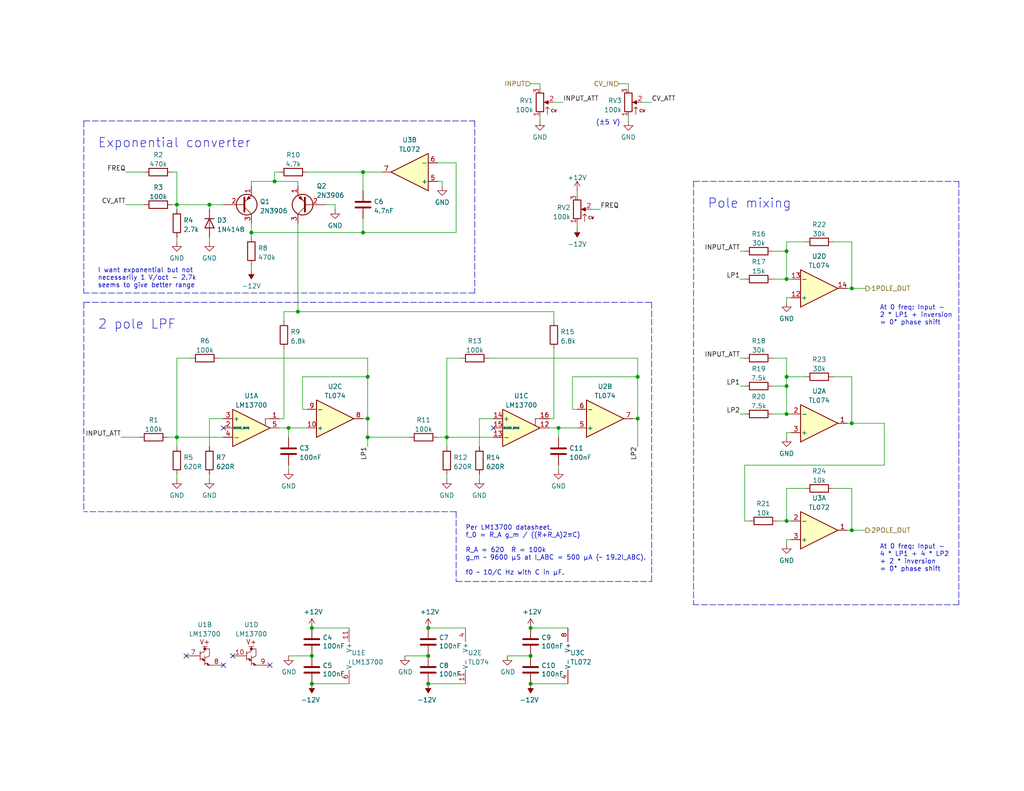
<source format=kicad_sch>
(kicad_sch (version 20211123) (generator eeschema)
  (paper "USLetter")
  (title_block (title "VC All Pass Filter") (date "2022-03-30") (company "Rich Holmes / Analog Output") (comment 1 "or neighboring rights to this work. Published from United States.") (comment 2 "To the extent possible under law, Richard Holmes has waived all copyright and related "))
  (lib_symbols
    (symbol "ao_symbols:1N4148" (pin_numbers hide) (pin_names (offset 1.016) hide)
      (property "Reference" "D" (at 0 2.54 0))
      (property "Value" "1N4148" (at 0 -2.54 0))
      (symbol "1N4148_0_1"
        (polyline (pts (xy -1.27 1.27) (xy -1.27 -1.27)) (stroke (width 0.254)))
        (polyline (pts (xy 1.27 0) (xy -1.27 0)))
        (polyline (pts (xy 1.27 1.27) (xy 1.27 -1.27) (xy -1.27 0) (xy 1.27 1.27)) (stroke (width 0.254)))
      )
      (symbol "1N4148_1_1"
        (pin passive line (at -3.81 0 0) (length 2.54) (name "K") (number "1"))
        (pin passive line (at 3.81 0 180) (length 2.54) (name "A") (number "2"))
      )
    )
    (symbol "ao_symbols:2N3906" (pin_names (offset 0) hide)
      (property "Reference" "Q" (at 5.08 1.905 0))
      (property "Value" "2N3906" (at 5.08 0 0))
      (symbol "2N3906_0_1"
        (polyline (pts (xy 0.635 0.635) (xy 2.54 2.54)))
        (polyline (pts (xy 0.635 -0.635) (xy 2.54 -2.54) (xy 2.54 -2.54)))
        (polyline (pts (xy 0.635 1.905) (xy 0.635 -1.905) (xy 0.635 -1.905)) (stroke (width 0.508)))
        (polyline (pts (xy 2.286 -1.778) (xy 1.778 -2.286) (xy 1.27 -1.27) (xy 2.286 -1.778) (xy 2.286 -1.778)) (fill (type outline)))
        (circle (center 1.27 0) (radius 2.8194) (stroke (width 0.254)))
      )
      (symbol "2N3906_1_1"
        (pin passive line (at 2.54 -5.08 90) (length 2.54) (name "E") (number "1"))
        (pin input line (at -5.08 0 0) (length 5.715) (name "B") (number "2"))
        (pin passive line (at 2.54 5.08 270) (length 2.54) (name "C") (number "3"))
      )
    )
    (symbol "ao_symbols:C" (pin_numbers hide) (pin_names (offset 0.254))
      (property "Reference" "C" (at 0.635 2.54 0))
      (property "Value" "C" (at 0.635 -2.54 0))
      (symbol "C_0_1"
        (polyline (pts (xy -2.032 -0.762) (xy 2.032 -0.762)) (stroke (width 0.508)))
        (polyline (pts (xy -2.032 0.762) (xy 2.032 0.762)) (stroke (width 0.508)))
      )
      (symbol "C_1_1"
        (pin passive line (at 0 3.81 270) (length 2.794) (name "~") (number "1"))
        (pin passive line (at 0 -3.81 90) (length 2.794) (name "~") (number "2"))
      )
    )
    (symbol "ao_symbols:LM13700" (pin_names (offset 0.127))
      (property "Reference" "U" (at 3.81 5.08 0))
      (property "Value" "LM13700" (at 5.08 -5.08 0))
      (symbol "LM13700_1_1"
        (polyline (pts (xy 3.81 -0.635) (xy 3.81 -2.54) (xy 5.08 -2.54)))
        (polyline (pts (xy 5.08 0) (xy -5.08 -5.08) (xy -5.08 5.08) (xy 5.08 0)) (stroke (width 0.254)) (fill (type background)))
        (pin input line (at 7.62 -2.54 180) (length 2.54) (name "~") (number "1"))
        (pin input line (at -7.62 0 0) (length 2.54) (name "DIODE_BIAS") (number "2"))
        (pin input line (at -7.62 -2.54 0) (length 2.54) (name "+") (number "3"))
        (pin input line (at -7.62 2.54 0) (length 2.54) (name "-") (number "4"))
        (pin output line (at 7.62 0 180) (length 2.54) (name "~") (number "5"))
      )
      (symbol "LM13700_2_0"
        (polyline (pts (xy -1.905 2.54) (xy -3.175 2.54)))
      )
      (symbol "LM13700_2_1"
        (circle (center -2.54 1.905) (radius 0.254) (stroke (width 0.254)) (fill (type outline)))
        (polyline (pts (xy -3.81 -0.635) (xy -2.54 -1.27)))
        (polyline (pts (xy -3.81 1.27) (xy -3.81 -1.27)))
        (polyline (pts (xy -2.54 -1.905) (xy -1.27 -2.54)))
        (polyline (pts (xy -2.54 0) (xy -2.54 -2.54)))
        (polyline (pts (xy -3.81 0.635) (xy -2.54 1.27) (xy -2.54 1.905) (xy -2.54 2.54)))
        (polyline (pts (xy -2.54 -1.27) (xy -3.175 -0.635) (xy -3.175 -1.27) (xy -2.54 -1.27)) (fill (type outline)))
        (polyline (pts (xy -2.54 -0.635) (xy -1.27 0) (xy -1.27 1.905) (xy -2.54 1.905)))
        (polyline (pts (xy -1.27 -2.54) (xy -1.905 -1.905) (xy -1.905 -2.54) (xy -1.27 -2.54)) (fill (type outline)))
        (text "V+" (at -2.54 3.81 0) (effects (font (size 1.27 1.27))))
        (pin input line (at -7.62 0 0) (length 3.81) (name "~") (number "7"))
        (pin output line (at 2.54 -2.54 180) (length 3.81) (name "~") (number "8"))
      )
      (symbol "LM13700_3_1"
        (polyline (pts (xy 3.81 -0.635) (xy 3.81 -2.54) (xy 5.08 -2.54)))
        (polyline (pts (xy 5.08 0) (xy -5.08 -5.08) (xy -5.08 5.08) (xy 5.08 0)) (stroke (width 0.254)) (fill (type background)))
        (pin output line (at 7.62 0 180) (length 2.54) (name "~") (number "12"))
        (pin input line (at -7.62 2.54 0) (length 2.54) (name "-") (number "13"))
        (pin input line (at -7.62 -2.54 0) (length 2.54) (name "+") (number "14"))
        (pin input line (at -7.62 0 0) (length 2.54) (name "DIODE_BIAS") (number "15"))
        (pin input line (at 7.62 -2.54 180) (length 2.54) (name "~") (number "16"))
      )
      (symbol "LM13700_4_0"
        (polyline (pts (xy -3.175 2.54) (xy -1.905 2.54)))
        (text "V+" (at -2.54 3.81 0) (effects (font (size 1.27 1.27))))
      )
      (symbol "LM13700_4_1"
        (circle (center -2.54 1.905) (radius 0.254) (stroke (width 0.254)) (fill (type outline)))
        (polyline (pts (xy -3.81 -0.635) (xy -2.54 -1.27)))
        (polyline (pts (xy -3.81 1.27) (xy -3.81 -1.27)))
        (polyline (pts (xy -2.54 -1.905) (xy -1.27 -2.54)))
        (polyline (pts (xy -2.54 0) (xy -2.54 -2.54)))
        (polyline (pts (xy -3.81 0.635) (xy -2.54 1.27) (xy -2.54 2.54)))
        (polyline (pts (xy -2.54 -1.27) (xy -3.175 -0.635) (xy -3.175 -1.27) (xy -2.54 -1.27)) (fill (type outline)))
        (polyline (pts (xy -2.54 -0.635) (xy -1.27 0) (xy -1.27 1.905) (xy -2.54 1.905)))
        (polyline (pts (xy -1.27 -2.54) (xy -1.905 -1.905) (xy -1.905 -2.54) (xy -1.27 -2.54)) (fill (type outline)))
        (pin input line (at -7.62 0 0) (length 3.81) (name "~") (number "10"))
        (pin output line (at 2.54 -2.54 180) (length 3.81) (name "~") (number "9"))
      )
      (symbol "LM13700_5_1"
        (pin power_in line (at -2.54 7.62 270) (length 3.81) (name "V+") (number "11"))
        (pin power_in line (at -2.54 -7.62 90) (length 3.81) (name "V-") (number "6"))
      )
    )
    (symbol "ao_symbols:R" (pin_numbers hide) (pin_names (offset 0))
      (property "Reference" "R" (at 2.032 0 90))
      (property "Value" "R" (at 0 0 90))
      (symbol "R_0_1"
        (rectangle (start -1.016 -2.54) (end 1.016 2.54) (stroke (width 0.254)))
      )
      (symbol "R_1_1"
        (pin passive line (at 0 3.81 270) (length 1.27) (name "~") (number "1"))
        (pin passive line (at 0 -3.81 90) (length 1.27) (name "~") (number "2"))
      )
    )
    (symbol "ao_symbols:R_POT" (pin_names (offset 1.016) hide)
      (property "Reference" "RV" (at -4.445 0 90))
      (property "Value" "R_POT" (at -2.54 0 90))
      (symbol "R_POT_0_0"
        (text "CW" (at 3.81 -2.286 0) (effects (font (size 0.762 0.762))))
      )
      (symbol "R_POT_0_1"
        (rectangle (start -1.016 2.54) (end 1.016 -2.54) (stroke (width 0.254)))
        (polyline (pts (xy 2.032 -3.302) (xy 2.032 -1.27)) (stroke (width 0.1524)))
        (polyline (pts (xy 2.54 0) (xy 1.524 0)))
        (polyline (pts (xy 2.54 -1.778) (xy 2.032 -1.27) (xy 1.524 -1.778)) (stroke (width 0.1524)))
        (polyline (pts (xy 1.143 0) (xy 2.286 -0.508) (xy 2.286 0.508) (xy 1.143 0)) (fill (type outline)))
      )
      (symbol "R_POT_1_1"
        (pin passive line (at 0 -3.81 90) (length 1.27) (name "1") (number "1"))
        (pin passive line (at 3.81 0 180) (length 1.27) (name "2") (number "2"))
        (pin passive line (at 0 3.81 270) (length 1.27) (name "3") (number "3"))
      )
    )
    (symbol "ao_symbols:TL072" (pin_names (offset 0.127))
      (property "Reference" "U" (at 0 5.08 0))
      (property "Value" "TL072" (at 0 -5.08 0))
      (symbol "TL072_1_1"
        (polyline (pts (xy -5.08 5.08) (xy 5.08 0) (xy -5.08 -5.08) (xy -5.08 5.08)) (stroke (width 0.254)) (fill (type background)))
        (pin output line (at 7.62 0 180) (length 2.54) (name "~") (number "1"))
        (pin input line (at -7.62 -2.54 0) (length 2.54) (name "-") (number "2"))
        (pin input line (at -7.62 2.54 0) (length 2.54) (name "+") (number "3"))
      )
      (symbol "TL072_2_1"
        (polyline (pts (xy -5.08 5.08) (xy 5.08 0) (xy -5.08 -5.08) (xy -5.08 5.08)) (stroke (width 0.254)) (fill (type background)))
        (pin input line (at -7.62 2.54 0) (length 2.54) (name "+") (number "5"))
        (pin input line (at -7.62 -2.54 0) (length 2.54) (name "-") (number "6"))
        (pin output line (at 7.62 0 180) (length 2.54) (name "~") (number "7"))
      )
      (symbol "TL072_3_1"
        (pin power_in line (at -2.54 -7.62 90) (length 3.81) (name "V-") (number "4"))
        (pin power_in line (at -2.54 7.62 270) (length 3.81) (name "V+") (number "8"))
      )
    )
    (symbol "ao_symbols:TL074" (pin_names (offset 0.127))
      (property "Reference" "U" (at 0 5.08 0))
      (property "Value" "TL074" (at 0 -5.08 0))
      (symbol "TL074_1_1"
        (polyline (pts (xy -5.08 5.08) (xy 5.08 0) (xy -5.08 -5.08) (xy -5.08 5.08)) (stroke (width 0.254)) (fill (type background)))
        (pin output line (at 7.62 0 180) (length 2.54) (name "~") (number "1"))
        (pin input line (at -7.62 -2.54 0) (length 2.54) (name "-") (number "2"))
        (pin input line (at -7.62 2.54 0) (length 2.54) (name "+") (number "3"))
      )
      (symbol "TL074_2_1"
        (polyline (pts (xy -5.08 5.08) (xy 5.08 0) (xy -5.08 -5.08) (xy -5.08 5.08)) (stroke (width 0.254)) (fill (type background)))
        (pin input line (at -7.62 2.54 0) (length 2.54) (name "+") (number "5"))
        (pin input line (at -7.62 -2.54 0) (length 2.54) (name "-") (number "6"))
        (pin output line (at 7.62 0 180) (length 2.54) (name "~") (number "7"))
      )
      (symbol "TL074_3_1"
        (polyline (pts (xy -5.08 5.08) (xy 5.08 0) (xy -5.08 -5.08) (xy -5.08 5.08)) (stroke (width 0.254)) (fill (type background)))
        (pin input line (at -7.62 2.54 0) (length 2.54) (name "+") (number "10"))
        (pin output line (at 7.62 0 180) (length 2.54) (name "~") (number "8"))
        (pin input line (at -7.62 -2.54 0) (length 2.54) (name "-") (number "9"))
      )
      (symbol "TL074_4_1"
        (polyline (pts (xy -5.08 5.08) (xy 5.08 0) (xy -5.08 -5.08) (xy -5.08 5.08)) (stroke (width 0.254)) (fill (type background)))
        (pin input line (at -7.62 2.54 0) (length 2.54) (name "+") (number "12"))
        (pin input line (at -7.62 -2.54 0) (length 2.54) (name "-") (number "13"))
        (pin output line (at 7.62 0 180) (length 2.54) (name "~") (number "14"))
      )
      (symbol "TL074_5_1"
        (pin power_in line (at -2.54 -7.62 90) (length 3.81) (name "V-") (number "11"))
        (pin power_in line (at -2.54 7.62 270) (length 3.81) (name "V+") (number "4"))
      )
    )
    (symbol "power:+12V" (power) (pin_names (offset 0))
      (property "Value" "+12V" (at 0 3.556 0))
      (symbol "+12V_0_1"
        (polyline (pts (xy -0.762 1.27) (xy 0 2.54)))
        (polyline (pts (xy 0 0) (xy 0 2.54)))
        (polyline (pts (xy 0 2.54) (xy 0.762 1.27)))
      )
      (symbol "+12V_1_1"
        (pin power_in line (at 0 0 90) (length 0) hide (name "+12V") (number "1"))
      )
    )
    (symbol "power:-12V" (power) (pin_names (offset 0))
      (property "Value" "-12V" (at 0 3.81 0))
      (symbol "-12V_0_0"
        (pin power_in line (at 0 0 90) (length 0) hide (name "-12V") (number "1"))
      )
      (symbol "-12V_0_1"
        (polyline (pts (xy 0 0) (xy 0 1.27) (xy 0.762 1.27) (xy 0 2.54) (xy -0.762 1.27) (xy 0 1.27)) (fill (type outline)))
      )
    )
    (symbol "power:GND" (power) (pin_names (offset 0))
      (property "Value" "GND" (at 0 -3.81 0))
      (symbol "GND_0_1"
        (polyline (pts (xy 0 0) (xy 0 -1.27) (xy 1.27 -1.27) (xy 0 -2.54) (xy -1.27 -1.27) (xy 0 -1.27)))
      )
      (symbol "GND_1_1"
        (pin power_in line (at 0 0 270) (length 0) hide (name "GND") (number "1"))
      )
    )
  )
  (junction (at 81.28 85.09))
  (junction (at 48.26 55.88))
  (junction (at 232.41 78.74))
  (junction (at 214.63 113.03))
  (junction (at 74.93 49.53))
  (junction (at 152.4 116.84))
  (junction (at 68.58 63.5))
  (junction (at 214.63 142.24))
  (junction (at 100.33 114.3))
  (junction (at 48.26 119.38))
  (junction (at 85.09 171.45))
  (junction (at 116.84 179.07))
  (junction (at 99.06 46.99))
  (junction (at 144.78 186.69))
  (junction (at 100.33 119.38))
  (junction (at 144.78 179.07))
  (junction (at 232.41 115.57))
  (junction (at 116.84 171.45))
  (junction (at 99.06 63.5))
  (junction (at 85.09 179.07))
  (junction (at 100.33 102.87))
  (junction (at 121.92 119.38))
  (junction (at 85.09 186.69))
  (junction (at 57.15 55.88))
  (junction (at 173.99 114.3))
  (junction (at 214.63 68.58))
  (junction (at 116.84 186.69))
  (junction (at 78.74 116.84))
  (junction (at 232.41 144.78))
  (junction (at 214.63 102.87))
  (junction (at 214.63 105.41))
  (junction (at 144.78 171.45))
  (junction (at 214.63 76.2))
  (junction (at 173.99 102.87))
  (no_connect (at 73.66 181.61))
  (no_connect (at 134.62 116.84))
  (no_connect (at 60.96 181.61))
  (no_connect (at 60.96 116.84))
  (no_connect (at 50.8 179.07))
  (no_connect (at 63.5 179.07))
  (wire (pts (xy 57.15 114.3) (xy 60.96 114.3)))
  (wire (pts (xy 100.33 114.3) (xy 99.06 114.3)))
  (wire (pts (xy 78.74 127) (xy 78.74 128.27)))
  (wire (pts (xy 214.63 118.11) (xy 215.9 118.11)))
  (wire (pts (xy 203.2 127) (xy 203.2 142.24)))
  (wire (pts (xy 48.26 57.15) (xy 48.26 55.88)))
  (polyline (pts (xy 189.23 49.53) (xy 261.62 49.53)))
  (wire (pts (xy 48.26 55.88) (xy 57.15 55.88)))
  (wire (pts (xy 77.47 85.09) (xy 81.28 85.09)))
  (wire (pts (xy 130.81 121.92) (xy 130.81 114.3)))
  (wire (pts (xy 124.46 63.5) (xy 99.06 63.5)))
  (wire (pts (xy 130.81 130.81) (xy 130.81 129.54)))
  (wire (pts (xy 74.93 49.53) (xy 74.93 46.99)))
  (wire (pts (xy 124.46 44.45) (xy 124.46 63.5)))
  (wire (pts (xy 57.15 121.92) (xy 57.15 114.3)))
  (wire (pts (xy 48.26 119.38) (xy 60.96 119.38)))
  (wire (pts (xy 173.99 114.3) (xy 172.72 114.3)))
  (wire (pts (xy 151.13 85.09) (xy 81.28 85.09)))
  (wire (pts (xy 241.3 115.57) (xy 241.3 127)))
  (wire (pts (xy 82.55 111.76) (xy 82.55 102.87)))
  (wire (pts (xy 157.48 60.96) (xy 157.48 62.23)))
  (wire (pts (xy 231.14 115.57) (xy 232.41 115.57)))
  (wire (pts (xy 100.33 119.38) (xy 100.33 114.3)))
  (wire (pts (xy 231.14 78.74) (xy 232.41 78.74)))
  (polyline (pts (xy 177.8 82.55) (xy 177.8 139.7)))
  (wire (pts (xy 48.26 130.81) (xy 48.26 129.54)))
  (wire (pts (xy 173.99 121.92) (xy 173.99 114.3)))
  (wire (pts (xy 214.63 97.79) (xy 214.63 102.87)))
  (wire (pts (xy 34.29 46.99) (xy 39.37 46.99)))
  (wire (pts (xy 152.4 116.84) (xy 152.4 119.38)))
  (wire (pts (xy 214.63 142.24) (xy 214.63 133.35)))
  (wire (pts (xy 173.99 97.79) (xy 173.99 102.87)))
  (wire (pts (xy 201.93 76.2) (xy 203.2 76.2)))
  (polyline (pts (xy 124.46 139.7) (xy 22.86 139.7)))
  (wire (pts (xy 201.93 113.03) (xy 203.2 113.03)))
  (wire (pts (xy 210.82 76.2) (xy 214.63 76.2)))
  (wire (pts (xy 232.41 133.35) (xy 232.41 144.78)))
  (wire (pts (xy 59.69 97.79) (xy 100.33 97.79)))
  (wire (pts (xy 241.3 127) (xy 203.2 127)))
  (polyline (pts (xy 129.54 80.01) (xy 22.86 80.01)))
  (wire (pts (xy 82.55 102.87) (xy 100.33 102.87)))
  (wire (pts (xy 68.58 49.53) (xy 68.58 50.8)))
  (wire (pts (xy 154.94 186.69) (xy 144.78 186.69)))
  (wire (pts (xy 77.47 114.3) (xy 76.2 114.3)))
  (wire (pts (xy 83.82 46.99) (xy 99.06 46.99)))
  (wire (pts (xy 95.25 186.69) (xy 85.09 186.69)))
  (wire (pts (xy 104.14 46.99) (xy 99.06 46.99)))
  (wire (pts (xy 152.4 127) (xy 152.4 128.27)))
  (wire (pts (xy 46.99 46.99) (xy 48.26 46.99)))
  (wire (pts (xy 214.63 68.58) (xy 214.63 76.2)))
  (wire (pts (xy 151.13 95.25) (xy 151.13 114.3)))
  (wire (pts (xy 95.25 171.45) (xy 85.09 171.45)))
  (wire (pts (xy 232.41 102.87) (xy 227.33 102.87)))
  (wire (pts (xy 151.13 114.3) (xy 149.86 114.3)))
  (wire (pts (xy 45.72 119.38) (xy 48.26 119.38)))
  (wire (pts (xy 214.63 148.59) (xy 214.63 147.32)))
  (polyline (pts (xy 261.62 165.1) (xy 189.23 165.1)))
  (wire (pts (xy 48.26 121.92) (xy 48.26 119.38)))
  (wire (pts (xy 91.44 55.88) (xy 91.44 57.15)))
  (wire (pts (xy 147.32 22.86) (xy 147.32 24.13)))
  (wire (pts (xy 214.63 81.28) (xy 215.9 81.28)))
  (wire (pts (xy 110.49 179.07) (xy 116.84 179.07)))
  (wire (pts (xy 214.63 102.87) (xy 214.63 105.41)))
  (wire (pts (xy 88.9 55.88) (xy 91.44 55.88)))
  (wire (pts (xy 100.33 119.38) (xy 111.76 119.38)))
  (wire (pts (xy 210.82 105.41) (xy 214.63 105.41)))
  (wire (pts (xy 120.65 49.53) (xy 120.65 50.8)))
  (polyline (pts (xy 124.46 139.7) (xy 124.46 158.75)))
  (wire (pts (xy 121.92 119.38) (xy 121.92 97.79)))
  (wire (pts (xy 76.2 116.84) (xy 78.74 116.84)))
  (wire (pts (xy 149.86 116.84) (xy 152.4 116.84)))
  (polyline (pts (xy 189.23 49.53) (xy 189.23 165.1)))
  (polyline (pts (xy 124.46 158.75) (xy 177.8 158.75)))
  (wire (pts (xy 214.63 133.35) (xy 219.71 133.35)))
  (wire (pts (xy 175.26 27.94) (xy 177.8 27.94)))
  (wire (pts (xy 214.63 119.38) (xy 214.63 118.11)))
  (wire (pts (xy 219.71 66.04) (xy 214.63 66.04)))
  (wire (pts (xy 151.13 27.94) (xy 153.67 27.94)))
  (wire (pts (xy 74.93 49.53) (xy 81.28 49.53)))
  (wire (pts (xy 46.99 55.88) (xy 48.26 55.88)))
  (wire (pts (xy 119.38 49.53) (xy 120.65 49.53)))
  (wire (pts (xy 138.43 179.07) (xy 144.78 179.07)))
  (wire (pts (xy 214.63 82.55) (xy 214.63 81.28)))
  (polyline (pts (xy 129.54 33.02) (xy 129.54 80.01)))
  (wire (pts (xy 227.33 133.35) (xy 232.41 133.35)))
  (wire (pts (xy 78.74 116.84) (xy 78.74 119.38)))
  (wire (pts (xy 99.06 46.99) (xy 99.06 52.07)))
  (wire (pts (xy 144.78 22.86) (xy 147.32 22.86)))
  (wire (pts (xy 68.58 64.77) (xy 68.58 63.5)))
  (wire (pts (xy 214.63 105.41) (xy 214.63 113.03)))
  (wire (pts (xy 33.02 119.38) (xy 38.1 119.38)))
  (wire (pts (xy 119.38 119.38) (xy 121.92 119.38)))
  (wire (pts (xy 99.06 63.5) (xy 99.06 59.69)))
  (wire (pts (xy 34.29 55.88) (xy 39.37 55.88)))
  (wire (pts (xy 133.35 97.79) (xy 173.99 97.79)))
  (wire (pts (xy 168.91 22.86) (xy 171.45 22.86)))
  (wire (pts (xy 201.93 68.58) (xy 203.2 68.58)))
  (wire (pts (xy 68.58 73.66) (xy 68.58 72.39)))
  (wire (pts (xy 100.33 97.79) (xy 100.33 102.87)))
  (polyline (pts (xy 22.86 82.55) (xy 22.86 139.7)))
  (wire (pts (xy 201.93 97.79) (xy 203.2 97.79)))
  (wire (pts (xy 214.63 76.2) (xy 215.9 76.2)))
  (wire (pts (xy 68.58 63.5) (xy 99.06 63.5)))
  (wire (pts (xy 151.13 87.63) (xy 151.13 85.09)))
  (wire (pts (xy 173.99 102.87) (xy 173.99 114.3)))
  (wire (pts (xy 214.63 66.04) (xy 214.63 68.58)))
  (wire (pts (xy 48.26 97.79) (xy 52.07 97.79)))
  (polyline (pts (xy 22.86 33.02) (xy 129.54 33.02)))
  (wire (pts (xy 201.93 105.41) (xy 203.2 105.41)))
  (wire (pts (xy 232.41 102.87) (xy 232.41 115.57)))
  (wire (pts (xy 57.15 57.15) (xy 57.15 55.88)))
  (wire (pts (xy 48.26 46.99) (xy 48.26 55.88)))
  (wire (pts (xy 78.74 179.07) (xy 85.09 179.07)))
  (wire (pts (xy 57.15 66.04) (xy 57.15 64.77)))
  (wire (pts (xy 219.71 102.87) (xy 214.63 102.87)))
  (wire (pts (xy 48.26 119.38) (xy 48.26 97.79)))
  (wire (pts (xy 81.28 60.96) (xy 81.28 85.09)))
  (wire (pts (xy 78.74 116.84) (xy 83.82 116.84)))
  (wire (pts (xy 232.41 115.57) (xy 241.3 115.57)))
  (polyline (pts (xy 177.8 158.75) (xy 177.8 139.7)))
  (wire (pts (xy 203.2 142.24) (xy 204.47 142.24)))
  (wire (pts (xy 83.82 111.76) (xy 82.55 111.76)))
  (wire (pts (xy 121.92 130.81) (xy 121.92 129.54)))
  (wire (pts (xy 48.26 66.04) (xy 48.26 64.77)))
  (wire (pts (xy 100.33 121.92) (xy 100.33 119.38)))
  (wire (pts (xy 130.81 114.3) (xy 134.62 114.3)))
  (wire (pts (xy 232.41 66.04) (xy 227.33 66.04)))
  (wire (pts (xy 210.82 97.79) (xy 214.63 97.79)))
  (wire (pts (xy 81.28 49.53) (xy 81.28 50.8)))
  (wire (pts (xy 154.94 171.45) (xy 144.78 171.45)))
  (wire (pts (xy 100.33 102.87) (xy 100.33 114.3)))
  (wire (pts (xy 232.41 66.04) (xy 232.41 78.74)))
  (wire (pts (xy 215.9 142.24) (xy 214.63 142.24)))
  (wire (pts (xy 214.63 147.32) (xy 215.9 147.32)))
  (wire (pts (xy 68.58 63.5) (xy 68.58 60.96)))
  (polyline (pts (xy 261.62 49.53) (xy 261.62 165.1)))
  (wire (pts (xy 121.92 119.38) (xy 134.62 119.38)))
  (wire (pts (xy 171.45 31.75) (xy 171.45 33.02)))
  (wire (pts (xy 171.45 22.86) (xy 171.45 24.13)))
  (wire (pts (xy 161.29 57.15) (xy 163.83 57.15)))
  (wire (pts (xy 74.93 46.99) (xy 76.2 46.99)))
  (wire (pts (xy 68.58 49.53) (xy 74.93 49.53)))
  (wire (pts (xy 127 171.45) (xy 116.84 171.45)))
  (wire (pts (xy 232.41 144.78) (xy 236.22 144.78)))
  (wire (pts (xy 57.15 130.81) (xy 57.15 129.54)))
  (wire (pts (xy 121.92 97.79) (xy 125.73 97.79)))
  (wire (pts (xy 210.82 68.58) (xy 214.63 68.58)))
  (polyline (pts (xy 22.86 33.02) (xy 22.86 80.01)))
  (wire (pts (xy 147.32 31.75) (xy 147.32 33.02)))
  (wire (pts (xy 156.21 111.76) (xy 156.21 102.87)))
  (wire (pts (xy 152.4 116.84) (xy 157.48 116.84)))
  (wire (pts (xy 121.92 121.92) (xy 121.92 119.38)))
  (wire (pts (xy 214.63 113.03) (xy 215.9 113.03)))
  (wire (pts (xy 232.41 144.78) (xy 231.14 144.78)))
  (wire (pts (xy 157.48 111.76) (xy 156.21 111.76)))
  (wire (pts (xy 156.21 102.87) (xy 173.99 102.87)))
  (wire (pts (xy 77.47 87.63) (xy 77.47 85.09)))
  (wire (pts (xy 210.82 113.03) (xy 214.63 113.03)))
  (wire (pts (xy 212.09 142.24) (xy 214.63 142.24)))
  (wire (pts (xy 232.41 78.74) (xy 236.22 78.74)))
  (wire (pts (xy 57.15 55.88) (xy 60.96 55.88)))
  (wire (pts (xy 77.47 95.25) (xy 77.47 114.3)))
  (wire (pts (xy 119.38 44.45) (xy 124.46 44.45)))
  (wire (pts (xy 157.48 52.07) (xy 157.48 53.34)))
  (wire (pts (xy 127 186.69) (xy 116.84 186.69)))
  (polyline (pts (xy 22.86 82.55) (xy 177.8 82.55)))
  (text "(±5 V)" (at 162.56 34.29 0) (effects (font (size 1.27 1.27)) (justify left bottom)))
  (text "Per LM13700 datasheet,\nf_0 = R_A g_m / ((R+R_A)2πC)\n\nR_A = 620  R = 100k \ng_m ~ 9600 µS at I_ABC = 500 µA (~ 19.2I_ABC).\n\nf0 ~ 10/C Hz with C in µF. \n\n " (at 127 161.29 0) (effects (font (size 1.27 1.27)) (justify left bottom)))
  (text "2 pole LPF" (at 26.67 90.17 0) (effects (font (size 2.54 2.54)) (justify left bottom)))
  (text "At 0 freq: Input - \n4 * LP1 + 4 * LP2 \n+ 2 * inversion\n= 0° phase shift" (at 240.03 156.21 0) (effects (font (size 1.27 1.27)) (justify left bottom)))
  (text "At 0 freq: Input - \n2 * LP1 + inversion\n= 0° phase shift" (at 240.03 88.9 0) (effects (font (size 1.27 1.27)) (justify left bottom)))
  (text "I want exponential but not\nnecessarily 1 V/oct - 2.7k\nseems to give better range" (at 26.67 78.74 0) (effects (font (size 1.27 1.27)) (justify left bottom)))
  (text "Exponential converter" (at 26.67 40.64 0) (effects (font (size 2.54 2.54)) (justify left bottom)))
  (text "Pole mixing" (at 193.04 57.15 0) (effects (font (size 2.54 2.54)) (justify left bottom)))
  (label "LP1" (at 201.93 76.2 180))
  (label "INPUT_ATT" (at 153.67 27.94 0))
  (label "LP1" (at 100.33 121.92 270))
  (label "INPUT_ATT" (at 201.93 68.58 180))
  (label "LP2" (at 173.99 121.92 270))
  (label "LP2" (at 201.93 113.03 180))
  (label "LP1" (at 201.93 105.41 180))
  (label "CV_ATT" (at 34.29 55.88 180))
  (label "INPUT_ATT" (at 201.93 97.79 180))
  (label "CV_ATT" (at 177.8 27.94 0))
  (label "INPUT_ATT" (at 33.02 119.38 180))
  (label "FREQ" (at 34.29 46.99 180))
  (label "FREQ" (at 163.83 57.15 0))
  (hierarchical_label "1POLE_OUT" (shape output) (at 236.22 78.74 0))
  (hierarchical_label "INPUT" (shape input) (at 144.78 22.86 180))
  (hierarchical_label "CV_IN" (shape input) (at 168.91 22.86 180))
  (hierarchical_label "2POLE_OUT" (shape output) (at 236.22 144.78 0))
  (symbol (lib_id "power:GND") (at 91.44 57.15 0) (unit 1)
    (property "Reference" "#PWR026" (effects hide))
    (property "Value" "GND" (at 91.44 61.5934 0))
  )
  (symbol (lib_id "power:+12V") (at 116.84 171.45 0) (unit 1)
    (property "Reference" "#PWR028" (effects hide))
    (property "Value" "+12V" (at 117.221 167.0558 0))
  )
  (symbol (lib_id "ao_symbols:R") (at 57.15 125.73 0) (unit 1)
    (property "Reference" "R7" (at 58.928 124.8953 0) (effects (justify left)))
    (property "Value" "620R" (at 58.928 127.4322 0) (effects (justify left)))
    (property "Footprint" "ao_tht:R_Axial_DIN0207_L6.3mm_D2.5mm_P10.16mm_Horizontal" (effects hide))
    (property "Vendor" "Tayda" (effects hide))
  )
  (symbol (lib_id "ao_symbols:C") (at 85.09 175.26 0) (unit 1)
    (property "Reference" "C4" (at 88.011 174.0916 0) (effects (justify left)))
    (property "Value" "100nF" (at 88.011 176.403 0) (effects (justify left)))
    (property "Footprint" "ao_tht:C_Disc_D3.0mm_W1.6mm_P2.50mm" (effects hide))
    (property "Vendor" "Tayda" (effects hide))
    (property "SKU" "A-553" (effects hide))
  )
  (symbol (lib_id "power:GND") (at 110.49 179.07 0) (unit 1)
    (property "Reference" "#PWR027" (effects hide))
    (property "Value" "GND" (at 110.617 183.4642 0))
  )
  (symbol (lib_id "ao_symbols:LM13700") (at 142.24 116.84 0) (mirror x) (unit 3)
    (property "Reference" "U1" (at 142.24 108.0602 0))
    (property "Value" "LM13700" (at 142.24 110.5971 0))
    (property "Footprint" "ao_tht:DIP-16_W7.62mm_Socket_LongPads" (effects hide))
    (property "Vendor" "Tayda" (effects hide))
    (property "SKU" "A-900" (effects hide))
  )
  (symbol (lib_id "ao_symbols:C") (at 144.78 182.88 0) (unit 1)
    (property "Reference" "C10" (at 147.701 181.7116 0) (effects (justify left)))
    (property "Value" "100nF" (at 147.701 184.023 0) (effects (justify left)))
    (property "Footprint" "ao_tht:C_Disc_D3.0mm_W1.6mm_P2.50mm" (effects hide))
    (property "Vendor" "Tayda" (effects hide))
    (property "SKU" "A-553" (effects hide))
  )
  (symbol (lib_id "ao_symbols:R") (at 48.26 60.96 0) (unit 1)
    (property "Reference" "R4" (at 50.038 60.1253 0) (effects (justify left)))
    (property "Value" "2.7k" (at 50.038 62.6622 0) (effects (justify left)))
    (property "Footprint" "ao_tht:R_Axial_DIN0207_L6.3mm_D2.5mm_P10.16mm_Horizontal" (effects hide))
    (property "Vendor" "Tayda" (effects hide))
  )
  (symbol (lib_id "ao_symbols:R") (at 207.01 105.41 90) (unit 1)
    (property "Reference" "R19" (at 207.01 100.6942 90))
    (property "Value" "7.5k" (at 207.01 103.2311 90))
    (property "Footprint" "ao_tht:R_Axial_DIN0207_L6.3mm_D2.5mm_P10.16mm_Horizontal" (effects hide))
    (property "Vendor" "Tayda" (effects hide))
  )
  (symbol (lib_id "ao_symbols:R") (at 130.81 125.73 0) (unit 1)
    (property "Reference" "R14" (at 132.588 124.8953 0) (effects (justify left)))
    (property "Value" "620R" (at 132.588 127.4322 0) (effects (justify left)))
    (property "Footprint" "ao_tht:R_Axial_DIN0207_L6.3mm_D2.5mm_P10.16mm_Horizontal" (effects hide))
    (property "Vendor" "Tayda" (effects hide))
  )
  (symbol (lib_id "ao_symbols:TL074") (at 165.1 114.3 0) (mirror x) (unit 2)
    (property "Reference" "U2" (at 165.1 105.5202 0))
    (property "Value" "TL074" (at 165.1 108.0571 0))
    (property "Footprint" "ao_tht:DIP-14_W7.62mm_Socket_LongPads" (effects hide))
    (property "Vendor" "Tayda" (effects hide))
    (property "SKU" "A-1138" (effects hide))
  )
  (symbol (lib_id "ao_symbols:C") (at 116.84 175.26 0) (unit 1)
    (property "Reference" "C7" (at 119.761 174.0916 0) (effects (justify left)))
    (property "Value" "100nF" (at 119.761 176.403 0) (effects (justify left)))
    (property "Footprint" "ao_tht:C_Disc_D3.0mm_W1.6mm_P2.50mm" (effects hide))
    (property "Vendor" "Tayda" (effects hide))
    (property "SKU" "A-553" (effects hide))
  )
  (symbol (lib_id "ao_symbols:R") (at 68.58 68.58 0) (unit 1)
    (property "Reference" "R8" (at 70.358 67.7453 0) (effects (justify left)))
    (property "Value" "470k" (at 70.358 70.2822 0) (effects (justify left)))
    (property "Footprint" "ao_tht:R_Axial_DIN0207_L6.3mm_D2.5mm_P10.16mm_Horizontal" (effects hide))
    (property "Vendor" "Tayda" (effects hide))
  )
  (symbol (lib_id "ao_symbols:R") (at 207.01 68.58 90) (unit 1)
    (property "Reference" "R16" (at 207.01 63.8642 90))
    (property "Value" "30k" (at 207.01 66.4011 90))
    (property "Footprint" "ao_tht:R_Axial_DIN0207_L6.3mm_D2.5mm_P10.16mm_Horizontal" (effects hide))
    (property "Vendor" "Tayda" (effects hide))
  )
  (symbol (lib_id "ao_symbols:R") (at 80.01 46.99 90) (unit 1)
    (property "Reference" "R10" (at 80.01 42.2742 90))
    (property "Value" "4.7k" (at 80.01 44.8111 90))
    (property "Footprint" "ao_tht:R_Axial_DIN0207_L6.3mm_D2.5mm_P10.16mm_Horizontal" (effects hide))
    (property "Vendor" "Tayda" (effects hide))
  )
  (symbol (lib_id "ao_symbols:TL074") (at 129.54 179.07 0) (unit 5)
    (property "Reference" "U2" (at 127.635 178.2353 0) (effects (justify left)))
    (property "Value" "TL074" (at 127.635 180.7722 0) (effects (justify left)))
    (property "Footprint" "ao_tht:DIP-14_W7.62mm_Socket_LongPads" (effects hide))
    (property "Vendor" "Tayda" (effects hide))
    (property "SKU" "A-1138" (effects hide))
  )
  (symbol (lib_id "ao_symbols:LM13700") (at 71.12 179.07 0) (unit 4)
    (property "Reference" "U1" (at 68.58 170.5457 0))
    (property "Value" "LM13700" (at 68.58 173.0826 0))
    (property "Footprint" "ao_tht:DIP-16_W7.62mm_Socket_LongPads" (effects hide))
    (property "Vendor" "Tayda" (effects hide))
    (property "SKU" "A-900" (effects hide))
  )
  (symbol (lib_id "power:GND") (at 48.26 130.81 0) (unit 1)
    (property "Reference" "#PWR018" (effects hide))
    (property "Value" "GND" (at 48.26 135.2534 0))
  )
  (symbol (lib_id "ao_symbols:R") (at 208.28 142.24 90) (unit 1)
    (property "Reference" "R21" (at 208.28 137.5242 90))
    (property "Value" "10k" (at 208.28 140.0611 90))
    (property "Footprint" "ao_tht:R_Axial_DIN0207_L6.3mm_D2.5mm_P10.16mm_Horizontal" (effects hide))
    (property "Vendor" "Tayda" (effects hide))
  )
  (symbol (lib_id "power:GND") (at 147.32 33.02 0) (unit 1)
    (property "Reference" "#PWR036" (effects hide))
    (property "Value" "GND" (at 147.32 37.4634 0))
  )
  (symbol (lib_id "ao_symbols:R") (at 77.47 91.44 0) (unit 1)
    (property "Reference" "R9" (at 79.248 90.6053 0) (effects (justify left)))
    (property "Value" "6.8k" (at 79.248 93.1422 0) (effects (justify left)))
    (property "Footprint" "ao_tht:R_Axial_DIN0207_L6.3mm_D2.5mm_P10.16mm_Horizontal" (effects hide))
    (property "Vendor" "Tayda" (effects hide))
  )
  (symbol (lib_id "power:+12V") (at 157.48 52.07 0) (unit 1)
    (property "Reference" "#PWR038" (effects hide))
    (property "Value" "+12V" (at 157.48 48.4942 0))
  )
  (symbol (lib_id "ao_symbols:LM13700") (at 97.79 179.07 0) (unit 5)
    (property "Reference" "U1" (at 95.885 178.2353 0) (effects (justify left)))
    (property "Value" "LM13700" (at 95.885 180.7722 0) (effects (justify left)))
    (property "Footprint" "ao_tht:DIP-16_W7.62mm_Socket_LongPads" (effects hide))
    (property "Vendor" "Tayda" (effects hide))
    (property "SKU" "A-900" (effects hide))
  )
  (symbol (lib_id "ao_symbols:R") (at 121.92 125.73 0) (unit 1)
    (property "Reference" "R12" (at 123.698 124.8953 0) (effects (justify left)))
    (property "Value" "620R" (at 123.698 127.4322 0) (effects (justify left)))
    (property "Footprint" "ao_tht:R_Axial_DIN0207_L6.3mm_D2.5mm_P10.16mm_Horizontal" (effects hide))
    (property "Vendor" "Tayda" (effects hide))
  )
  (symbol (lib_id "ao_symbols:R") (at 41.91 119.38 90) (unit 1)
    (property "Reference" "R1" (at 41.91 114.6642 90))
    (property "Value" "100k" (at 41.91 117.2011 90))
    (property "Footprint" "ao_tht:R_Axial_DIN0207_L6.3mm_D2.5mm_P10.16mm_Horizontal" (effects hide))
    (property "Vendor" "Tayda" (effects hide))
  )
  (symbol (lib_id "power:+12V") (at 144.78 171.45 0) (unit 1)
    (property "Reference" "#PWR034" (effects hide))
    (property "Value" "+12V" (at 145.161 167.0558 0))
  )
  (symbol (lib_id "ao_symbols:TL072") (at 223.52 144.78 0) (mirror x) (unit 1)
    (property "Reference" "U3" (at 223.52 136.0002 0))
    (property "Value" "TL072" (at 223.52 138.5371 0))
    (property "Footprint" "ao_tht:DIP-8_W7.62mm_Socket_LongPads" (effects hide))
    (property "Vendor" "Tayda" (effects hide))
    (property "SKU" "A-037" (effects hide))
  )
  (symbol (lib_id "power:GND") (at 152.4 128.27 0) (unit 1)
    (property "Reference" "#PWR037" (effects hide))
    (property "Value" "GND" (at 152.4 132.7134 0))
  )
  (symbol (lib_id "power:GND") (at 214.63 82.55 0) (unit 1)
    (property "Reference" "#PWR041" (effects hide))
    (property "Value" "GND" (at 214.63 86.9934 0))
  )
  (symbol (lib_id "ao_symbols:TL072") (at 111.76 46.99 180) (unit 2)
    (property "Reference" "U3" (at 111.76 38.2102 0))
    (property "Value" "TL072" (at 111.76 40.7471 0))
    (property "Footprint" "ao_tht:DIP-8_W7.62mm_Socket_LongPads" (effects hide))
    (property "Vendor" "Tayda" (effects hide))
    (property "SKU" "A-037" (effects hide))
  )
  (symbol (lib_id "power:GND") (at 120.65 50.8 0) (unit 1)
    (property "Reference" "#PWR030" (effects hide))
    (property "Value" "GND" (at 120.65 55.2434 0))
  )
  (symbol (lib_id "ao_symbols:R") (at 115.57 119.38 90) (unit 1)
    (property "Reference" "R11" (at 115.57 114.6642 90))
    (property "Value" "100k" (at 115.57 117.2011 90))
    (property "Footprint" "ao_tht:R_Axial_DIN0207_L6.3mm_D2.5mm_P10.16mm_Horizontal" (effects hide))
    (property "Vendor" "Tayda" (effects hide))
  )
  (symbol (lib_id "power:GND") (at 57.15 66.04 0) (unit 1)
    (property "Reference" "#PWR019" (effects hide))
    (property "Value" "GND" (at 57.15 70.4834 0))
  )
  (symbol (lib_id "power:GND") (at 138.43 179.07 0) (unit 1)
    (property "Reference" "#PWR033" (effects hide))
    (property "Value" "GND" (at 138.557 183.4642 0))
  )
  (symbol (lib_id "power:+12V") (at 85.09 171.45 0) (unit 1)
    (property "Reference" "#PWR024" (effects hide))
    (property "Value" "+12V" (at 85.471 167.0558 0))
  )
  (symbol (lib_id "ao_symbols:C") (at 152.4 123.19 0) (unit 1)
    (property "Reference" "C11" (at 155.321 122.3553 0) (effects (justify left)))
    (property "Value" "100nF" (at 155.321 124.8922 0) (effects (justify left)))
    (property "Footprint" "ao_tht:C_Rect_L7.2mm_W2.5mm_P5.00mm_FKS2_FKP2_MKS2_MKP2" (effects hide))
    (property "Vendor" "Tayda" (effects hide))
  )
  (symbol (lib_id "power:GND") (at 214.63 148.59 0) (unit 1)
    (property "Reference" "#PWR043" (effects hide))
    (property "Value" "GND" (at 214.63 153.0334 0))
  )
  (symbol (lib_id "ao_symbols:R") (at 43.18 55.88 90) (unit 1)
    (property "Reference" "R3" (at 43.18 51.1642 90))
    (property "Value" "100k" (at 43.18 53.7011 90))
    (property "Footprint" "ao_tht:R_Axial_DIN0207_L6.3mm_D2.5mm_P10.16mm_Horizontal" (effects hide))
    (property "Vendor" "Tayda" (effects hide))
  )
  (symbol (lib_id "ao_symbols:C") (at 99.06 55.88 0) (unit 1)
    (property "Reference" "C6" (at 101.981 55.0453 0) (effects (justify left)))
    (property "Value" "4.7nF" (at 101.981 57.5822 0) (effects (justify left)))
    (property "Footprint" "ao_tht:C_Disc_D5.0mm_W2.5mm_P5.00mm" (effects hide))
    (property "Vendor" "Tayda" (effects hide))
  )
  (symbol (lib_id "ao_symbols:C") (at 144.78 175.26 0) (unit 1)
    (property "Reference" "C9" (at 147.701 174.0916 0) (effects (justify left)))
    (property "Value" "100nF" (at 147.701 176.403 0) (effects (justify left)))
    (property "Footprint" "ao_tht:C_Disc_D3.0mm_W1.6mm_P2.50mm" (effects hide))
    (property "Vendor" "Tayda" (effects hide))
    (property "SKU" "A-553" (effects hide))
  )
  (symbol (lib_id "ao_symbols:R") (at 151.13 91.44 0) (unit 1)
    (property "Reference" "R15" (at 152.908 90.6053 0) (effects (justify left)))
    (property "Value" "6.8k" (at 152.908 93.1422 0) (effects (justify left)))
    (property "Footprint" "ao_tht:R_Axial_DIN0207_L6.3mm_D2.5mm_P10.16mm_Horizontal" (effects hide))
    (property "Vendor" "Tayda" (effects hide))
  )
  (symbol (lib_id "power:GND") (at 48.26 66.04 0) (unit 1)
    (property "Reference" "#PWR017" (effects hide))
    (property "Value" "GND" (at 48.26 70.4834 0))
  )
  (symbol (lib_id "ao_symbols:R_POT") (at 171.45 27.94 0) (unit 1)
    (property "Reference" "RV3" (at 169.672 27.4609 0) (effects (justify right)))
    (property "Value" "100k" (at 169.672 29.9978 0) (effects (justify right)))
    (property "Footprint" "ao_tht:Potentiometer_Alpha_16mm_Single_Vertical" (effects hide))
    (property "Vendor" "Tayda" (effects hide))
  )
  (symbol (lib_id "ao_symbols:C") (at 116.84 182.88 0) (unit 1)
    (property "Reference" "C8" (at 119.761 181.7116 0) (effects (justify left)))
    (property "Value" "100nF" (at 119.761 184.023 0) (effects (justify left)))
    (property "Footprint" "ao_tht:C_Disc_D3.0mm_W1.6mm_P2.50mm" (effects hide))
    (property "Vendor" "Tayda" (effects hide))
    (property "SKU" "A-553" (effects hide))
  )
  (symbol (lib_id "power:GND") (at 130.81 130.81 0) (unit 1)
    (property "Reference" "#PWR032" (effects hide))
    (property "Value" "GND" (at 130.81 135.2534 0))
  )
  (symbol (lib_id "ao_symbols:TL072") (at 152.4 179.07 0) (mirror y) (unit 3)
    (property "Reference" "U3" (at 155.575 178.2353 0) (effects (justify right)))
    (property "Value" "TL072" (at 155.575 180.7722 0) (effects (justify right)))
    (property "Footprint" "ao_tht:DIP-8_W7.62mm_Socket_LongPads" (effects hide))
    (property "Vendor" "Tayda" (effects hide))
    (property "SKU" "A-037" (effects hide))
  )
  (symbol (lib_id "ao_symbols:R") (at 207.01 76.2 90) (unit 1)
    (property "Reference" "R17" (at 207.01 71.4842 90))
    (property "Value" "15k" (at 207.01 74.0211 90))
    (property "Footprint" "ao_tht:R_Axial_DIN0207_L6.3mm_D2.5mm_P10.16mm_Horizontal" (effects hide))
    (property "Vendor" "Tayda" (effects hide))
  )
  (symbol (lib_id "power:-12V") (at 144.78 186.69 180) (unit 1)
    (property "Reference" "#PWR035" (effects hide))
    (property "Value" "-12V" (at 144.399 191.0842 0))
  )
  (symbol (lib_id "ao_symbols:R") (at 223.52 66.04 90) (unit 1)
    (property "Reference" "R22" (at 223.52 61.3242 90))
    (property "Value" "30k" (at 223.52 63.8611 90))
    (property "Footprint" "ao_tht:R_Axial_DIN0207_L6.3mm_D2.5mm_P10.16mm_Horizontal" (effects hide))
    (property "Vendor" "Tayda" (effects hide))
  )
  (symbol (lib_id "ao_symbols:R") (at 223.52 133.35 90) (unit 1)
    (property "Reference" "R24" (at 223.52 128.6342 90))
    (property "Value" "10k" (at 223.52 131.1711 90))
    (property "Footprint" "ao_tht:R_Axial_DIN0207_L6.3mm_D2.5mm_P10.16mm_Horizontal" (effects hide))
    (property "Vendor" "Tayda" (effects hide))
  )
  (symbol (lib_id "ao_symbols:LM13700") (at 58.42 179.07 0) (unit 2)
    (property "Reference" "U1" (at 55.88 170.5457 0))
    (property "Value" "LM13700" (at 55.88 173.0826 0))
    (property "Footprint" "ao_tht:DIP-16_W7.62mm_Socket_LongPads" (effects hide))
    (property "Vendor" "Tayda" (effects hide))
    (property "SKU" "A-900" (effects hide))
  )
  (symbol (lib_id "power:GND") (at 121.92 130.81 0) (unit 1)
    (property "Reference" "#PWR031" (effects hide))
    (property "Value" "GND" (at 121.92 135.2534 0))
  )
  (symbol (lib_id "ao_symbols:R_POT") (at 157.48 57.15 0) (unit 1)
    (property "Reference" "RV2" (at 155.702 56.6709 0) (effects (justify right)))
    (property "Value" "100k" (at 155.702 59.2078 0) (effects (justify right)))
    (property "Footprint" "ao_tht:Potentiometer_Alpha_16mm_Single_Vertical" (effects hide))
    (property "Vendor" "Tayda" (effects hide))
  )
  (symbol (lib_id "ao_symbols:R") (at 55.88 97.79 90) (unit 1)
    (property "Reference" "R6" (at 55.88 93.0742 90))
    (property "Value" "100k" (at 55.88 95.6111 90))
    (property "Footprint" "ao_tht:R_Axial_DIN0207_L6.3mm_D2.5mm_P10.16mm_Horizontal" (effects hide))
    (property "Vendor" "Tayda" (effects hide))
  )
  (symbol (lib_id "ao_symbols:1N4148") (at 57.15 60.96 270) (unit 1)
    (property "Reference" "D3" (at 59.182 60.1253 90) (effects (justify left)))
    (property "Value" "1N4148" (at 59.182 62.6622 90) (effects (justify left)))
    (property "Footprint" "ao_tht:D_DO-35_SOD27_P7.62mm_Horizontal" (effects hide))
    (property "Vendor" "Tayda" (effects hide))
    (property "SKU" "A-157" (effects hide))
  )
  (symbol (lib_id "ao_symbols:R") (at 207.01 113.03 90) (unit 1)
    (property "Reference" "R20" (at 207.01 108.3142 90))
    (property "Value" "7.5k" (at 207.01 110.8511 90))
    (property "Footprint" "ao_tht:R_Axial_DIN0207_L6.3mm_D2.5mm_P10.16mm_Horizontal" (effects hide))
    (property "Vendor" "Tayda" (effects hide))
  )
  (symbol (lib_id "ao_symbols:TL074") (at 223.52 115.57 0) (mirror x) (unit 1)
    (property "Reference" "U2" (at 223.52 106.7902 0))
    (property "Value" "TL074" (at 223.52 109.3271 0))
    (property "Footprint" "ao_tht:DIP-14_W7.62mm_Socket_LongPads" (effects hide))
    (property "Vendor" "Tayda" (effects hide))
    (property "SKU" "A-1138" (effects hide))
  )
  (symbol (lib_id "power:GND") (at 171.45 33.02 0) (unit 1)
    (property "Reference" "#PWR040" (effects hide))
    (property "Value" "GND" (at 171.45 37.4634 0))
  )
  (symbol (lib_id "power:GND") (at 78.74 128.27 0) (unit 1)
    (property "Reference" "#PWR022" (effects hide))
    (property "Value" "GND" (at 78.74 132.7134 0))
  )
  (symbol (lib_id "ao_symbols:LM13700") (at 68.58 116.84 0) (mirror x) (unit 1)
    (property "Reference" "U1" (at 68.58 108.0602 0))
    (property "Value" "LM13700" (at 68.58 110.5971 0))
    (property "Footprint" "ao_tht:DIP-16_W7.62mm_Socket_LongPads" (effects hide))
    (property "Vendor" "Tayda" (effects hide))
    (property "SKU" "A-900" (effects hide))
  )
  (symbol (lib_id "ao_symbols:C") (at 85.09 182.88 0) (unit 1)
    (property "Reference" "C5" (at 88.011 181.7116 0) (effects (justify left)))
    (property "Value" "100nF" (at 88.011 184.023 0) (effects (justify left)))
    (property "Footprint" "ao_tht:C_Disc_D3.0mm_W1.6mm_P2.50mm" (effects hide))
    (property "Vendor" "Tayda" (effects hide))
    (property "SKU" "A-553" (effects hide))
  )
  (symbol (lib_id "power:-12V") (at 116.84 186.69 180) (unit 1)
    (property "Reference" "#PWR029" (effects hide))
    (property "Value" "-12V" (at 116.459 191.0842 0))
  )
  (symbol (lib_id "ao_symbols:R") (at 223.52 102.87 90) (unit 1)
    (property "Reference" "R23" (at 223.52 98.1542 90))
    (property "Value" "30k" (at 223.52 100.6911 90))
    (property "Footprint" "ao_tht:R_Axial_DIN0207_L6.3mm_D2.5mm_P10.16mm_Horizontal" (effects hide))
    (property "Vendor" "Tayda" (effects hide))
  )
  (symbol (lib_id "ao_symbols:R") (at 48.26 125.73 0) (unit 1)
    (property "Reference" "R5" (at 50.038 124.8953 0) (effects (justify left)))
    (property "Value" "620R" (at 50.038 127.4322 0) (effects (justify left)))
    (property "Footprint" "ao_tht:R_Axial_DIN0207_L6.3mm_D2.5mm_P10.16mm_Horizontal" (effects hide))
    (property "Vendor" "Tayda" (effects hide))
  )
  (symbol (lib_id "power:-12V") (at 68.58 73.66 180) (unit 1)
    (property "Reference" "#PWR021" (effects hide))
    (property "Value" "-12V" (at 68.58 78.1034 0))
  )
  (symbol (lib_id "ao_symbols:R") (at 129.54 97.79 90) (unit 1)
    (property "Reference" "R13" (at 129.54 93.0742 90))
    (property "Value" "100k" (at 129.54 95.6111 90))
    (property "Footprint" "ao_tht:R_Axial_DIN0207_L6.3mm_D2.5mm_P10.16mm_Horizontal" (effects hide))
    (property "Vendor" "Tayda" (effects hide))
  )
  (symbol (lib_id "power:GND") (at 57.15 130.81 0) (unit 1)
    (property "Reference" "#PWR020" (effects hide))
    (property "Value" "GND" (at 57.15 135.2534 0))
  )
  (symbol (lib_id "power:GND") (at 78.74 179.07 0) (unit 1)
    (property "Reference" "#PWR023" (effects hide))
    (property "Value" "GND" (at 78.867 183.4642 0))
  )
  (symbol (lib_id "power:-12V") (at 157.48 62.23 180) (unit 1)
    (property "Reference" "#PWR039" (effects hide))
    (property "Value" "-12V" (at 157.48 66.6734 0))
  )
  (symbol (lib_id "ao_symbols:TL074") (at 223.52 78.74 0) (mirror x) (unit 4)
    (property "Reference" "U2" (at 223.52 69.9602 0))
    (property "Value" "TL074" (at 223.52 72.4971 0))
    (property "Footprint" "ao_tht:DIP-14_W7.62mm_Socket_LongPads" (effects hide))
    (property "Vendor" "Tayda" (effects hide))
    (property "SKU" "A-1138" (effects hide))
  )
  (symbol (lib_id "power:GND") (at 214.63 119.38 0) (unit 1)
    (property "Reference" "#PWR042" (effects hide))
    (property "Value" "GND" (at 214.63 123.8234 0))
  )
  (symbol (lib_id "power:-12V") (at 85.09 186.69 180) (unit 1)
    (property "Reference" "#PWR025" (effects hide))
    (property "Value" "-12V" (at 84.709 191.0842 0))
  )
  (symbol (lib_id "ao_symbols:R") (at 43.18 46.99 90) (unit 1)
    (property "Reference" "R2" (at 43.18 42.2742 90))
    (property "Value" "470k" (at 43.18 44.8111 90))
    (property "Footprint" "ao_tht:R_Axial_DIN0207_L6.3mm_D2.5mm_P10.16mm_Horizontal" (effects hide))
    (property "Vendor" "Tayda" (effects hide))
  )
  (symbol (lib_id "ao_symbols:R") (at 207.01 97.79 90) (unit 1)
    (property "Reference" "R18" (at 207.01 93.0742 90))
    (property "Value" "30k" (at 207.01 95.6111 90))
    (property "Footprint" "ao_tht:R_Axial_DIN0207_L6.3mm_D2.5mm_P10.16mm_Horizontal" (effects hide))
    (property "Vendor" "Tayda" (effects hide))
  )
  (symbol (lib_id "ao_symbols:C") (at 78.74 123.19 0) (unit 1)
    (property "Reference" "C3" (at 81.661 122.3553 0) (effects (justify left)))
    (property "Value" "100nF" (at 81.661 124.8922 0) (effects (justify left)))
    (property "Footprint" "ao_tht:C_Rect_L7.2mm_W2.5mm_P5.00mm_FKS2_FKP2_MKS2_MKP2" (effects hide))
    (property "Vendor" "Tayda" (effects hide))
  )
  (symbol (lib_id "ao_symbols:R_POT") (at 147.32 27.94 0) (unit 1)
    (property "Reference" "RV1" (at 145.542 27.4609 0) (effects (justify right)))
    (property "Value" "100k" (at 145.542 29.9978 0) (effects (justify right)))
    (property "Footprint" "ao_tht:Potentiometer_Alpha_16mm_Single_Vertical" (effects hide))
    (property "Vendor" "Tayda" (effects hide))
  )
  (symbol (lib_id "ao_symbols:2N3906") (at 66.04 55.88 0) (mirror x) (unit 1)
    (property "Reference" "Q1" (at 70.8914 55.0453 0) (effects (justify left)))
    (property "Value" "2N3906" (at 70.8914 57.5822 0) (effects (justify left)))
    (property "Footprint" "ao_tht:TO-92_Inline_Wide" (effects hide))
    (property "Datasheet" "https://www.onsemi.com/pub/Collateral/2N3906-D.PDF" (effects hide))
    (property "Vendor" "Tayda" (effects hide))
    (property "SKU" "A-117" (effects hide))
  )
  (symbol (lib_id "ao_symbols:TL074") (at 91.44 114.3 0) (mirror x) (unit 3)
    (property "Reference" "U2" (at 91.44 105.5202 0))
    (property "Value" "TL074" (at 91.44 108.0571 0))
    (property "Footprint" "ao_tht:DIP-14_W7.62mm_Socket_LongPads" (effects hide))
    (property "Vendor" "Tayda" (effects hide))
    (property "SKU" "A-1138" (effects hide))
  )
  (symbol (lib_id "ao_symbols:2N3906") (at 83.82 55.88 180) (unit 1)
    (property "Reference" "Q2" (at 86.36 50.8 0) (effects (justify right)))
    (property "Value" "2N3906" (at 86.36 53.3369 0) (effects (justify right)))
    (property "Footprint" "ao_tht:TO-92_Inline_Wide" (effects hide))
    (property "Datasheet" "https://www.onsemi.com/pub/Collateral/2N3906-D.PDF" (effects hide))
    (property "Vendor" "Tayda" (effects hide))
    (property "SKU" "A-117" (effects hide))
  )
)
</source>
